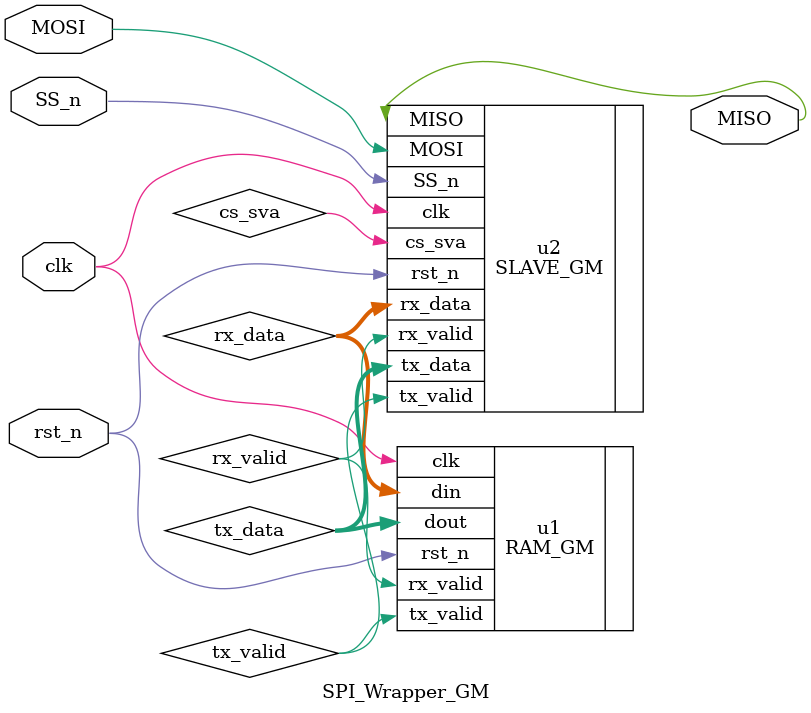
<source format=v>
module SPI_Wrapper_GM (

    input MOSI , clk , rst_n , SS_n ,
    output MISO 
);

wire [9:0] rx_data ; 
wire [7:0] tx_data ;
wire rx_valid ;
wire tx_valid ;

RAM_GM  u1(
        .din(rx_data),
        .clk(clk),
        .rst_n(rst_n),
        .rx_valid(rx_valid),
        .dout(tx_data),
        .tx_valid(tx_valid)
    );

SLAVE_GM u2(
        .clk(clk),
        .rst_n(rst_n),
        .MOSI(MOSI),
        .SS_n(SS_n),
        .tx_valid(tx_valid), // from RAM
        .tx_data(tx_data),   // from RAM
        .rx_data(rx_data),   // to RAM
        .rx_valid(rx_valid), // to RAM
        .MISO(MISO),
        .cs_sva(cs_sva)     // Drive the output port
    );

endmodule 

</source>
